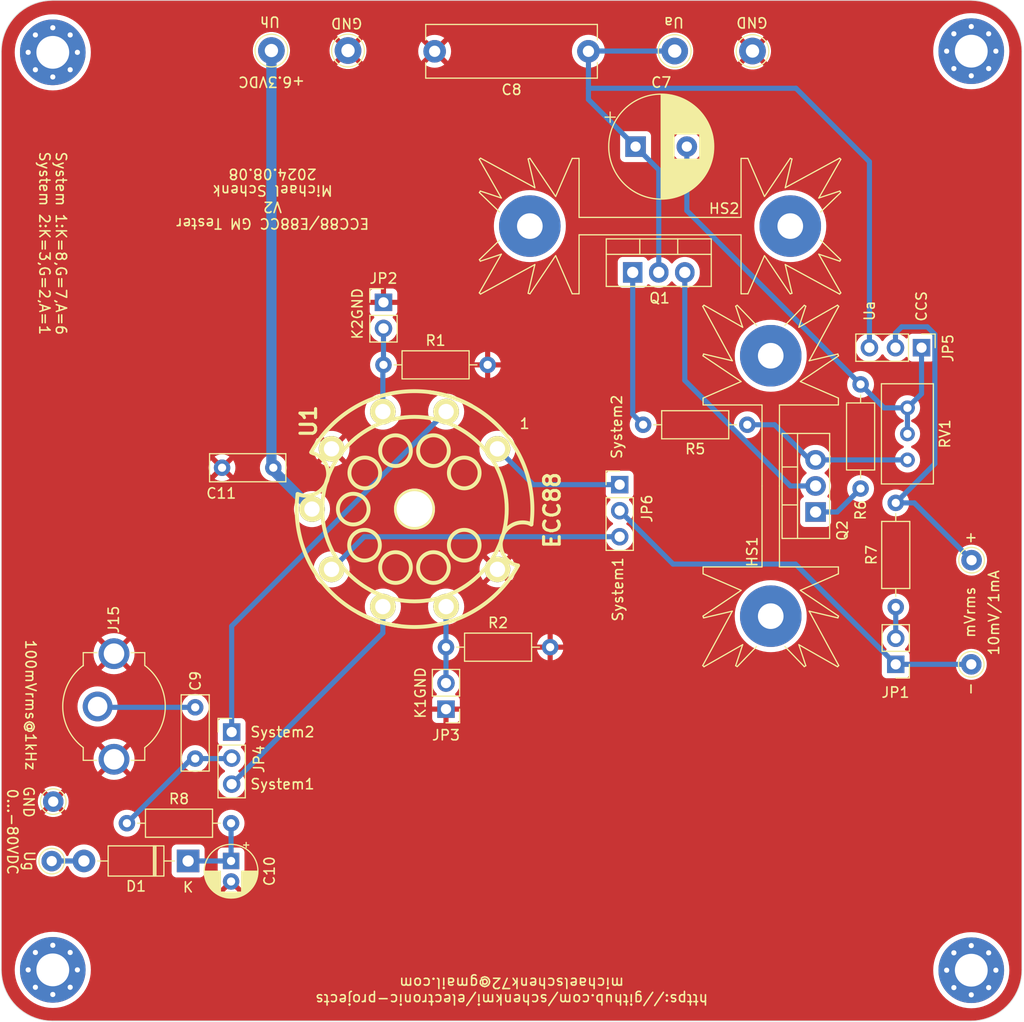
<source format=kicad_pcb>
(kicad_pcb (version 20240108) (generator "pcbnew") (generator_version "8.0")
  (layers (0 "F.Cu" signal) (31 "B.Cu" signal) (34 "B.Paste" user) (35 "F.Paste" user) (36 "B.SilkS" user "B.Silkscreen") (37 "F.SilkS" user "F.Silkscreen") (38 "B.Mask" user) (39 "F.Mask" user) (44 "Edge.Cuts" user))
  (net 0 "")
  (net 1 "VDDA")
  (net 2 "Net-(JP4-B)")
  (net 3 "Net-(J16-Pin_1)")
  (net 4 "FVCC")
  (net 5 "Net-(J15-In)")
  (net 6 "FGND")
  (net 7 "Net-(D1-K)")
  (net 8 "Net-(D1-A)")
  (net 9 "Net-(J17-Pin_1)")
  (net 10 "Net-(JP4-C)")
  (net 11 "Net-(JP4-A)")
  (net 12 "Net-(JP6-A)")
  (net 13 "Net-(JP6-B)")
  (net 14 "Net-(Q1-G)")
  (net 15 "Net-(Q1-S)")
  (net 16 "Net-(Q2-S)")
  (net 17 "Net-(Q2-D)")
  (net 18 "Net-(JP1-B)")
  (net 19 "Net-(JP2-B)")
  (net 20 "Net-(JP3-B)")
  (net 21 "Net-(JP5-A)")
  (footprint "MountingHole:MountingHole_3.2mm_M3_Pad_Via" (layer "F.Cu") (at 50.753944 52.832)
    (property "Reference" "H1" (hide yes))
    (property "Value" "MountingHole")
    (pad "1" thru_hole circle (at -2.4 0) (size 0.8 0.8) (drill 0.5) (layers "*.Cu" "*.Mask"))
    (pad "1" thru_hole circle (at -1.697056 -1.697056) (size 0.8 0.8) (drill 0.5) (layers "*.Cu" "*.Mask"))
    (pad "1" thru_hole circle (at -1.697056 1.697056) (size 0.8 0.8) (drill 0.5) (layers "*.Cu" "*.Mask"))
    (pad "1" thru_hole circle (at 0 -2.4) (size 0.8 0.8) (drill 0.5) (layers "*.Cu" "*.Mask"))
    (pad "1" thru_hole circle (at 0 0) (size 6.4 6.4) (drill 3.2) (layers "*.Cu" "*.Mask"))
    (pad "1" thru_hole circle (at 0 2.4) (size 0.8 0.8) (drill 0.5) (layers "*.Cu" "*.Mask"))
    (pad "1" thru_hole circle (at 1.697056 -1.697056) (size 0.8 0.8) (drill 0.5) (layers "*.Cu" "*.Mask"))
    (pad "1" thru_hole circle (at 1.697056 1.697056) (size 0.8 0.8) (drill 0.5) (layers "*.Cu" "*.Mask"))
    (pad "1" thru_hole circle (at 2.4 0) (size 0.8 0.8) (drill 0.5) (layers "*.Cu" "*.Mask"))
  )
  (footprint "MountingHole:MountingHole_3.2mm_M3_Pad_Via" (layer "F.Cu") (at 50.753944 142.320944)
    (property "Reference" "H2" (hide yes))
    (property "Value" "MountingHole")
    (pad "1" thru_hole circle (at -2.4 0) (size 0.8 0.8) (drill 0.5) (layers "*.Cu" "*.Mask"))
    (pad "1" thru_hole circle (at -1.697056 -1.697056) (size 0.8 0.8) (drill 0.5) (layers "*.Cu" "*.Mask"))
    (pad "1" thru_hole circle (at -1.697056 1.697056) (size 0.8 0.8) (drill 0.5) (layers "*.Cu" "*.Mask"))
    (pad "1" thru_hole circle (at 0 -2.4) (size 0.8 0.8) (drill 0.5) (layers "*.Cu" "*.Mask"))
    (pad "1" thru_hole circle (at 0 0) (size 6.4 6.4) (drill 3.2) (layers "*.Cu" "*.Mask"))
    (pad "1" thru_hole circle (at 0 2.4) (size 0.8 0.8) (drill 0.5) (layers "*.Cu" "*.Mask"))
    (pad "1" thru_hole circle (at 1.697056 -1.697056) (size 0.8 0.8) (drill 0.5) (layers "*.Cu" "*.Mask"))
    (pad "1" thru_hole circle (at 1.697056 1.697056) (size 0.8 0.8) (drill 0.5) (layers "*.Cu" "*.Mask"))
    (pad "1" thru_hole circle (at 2.4 0) (size 0.8 0.8) (drill 0.5) (layers "*.Cu" "*.Mask"))
  )
  (footprint "MountingHole:MountingHole_3.2mm_M3_Pad_Via" (layer "F.Cu") (at 140.335 142.354)
    (property "Reference" "H3" (hide yes))
    (property "Value" "MountingHole")
    (pad "1" thru_hole circle (at -2.4 0) (size 0.8 0.8) (drill 0.5) (layers "*.Cu" "*.Mask"))
    (pad "1" thru_hole circle (at -1.697056 -1.697056) (size 0.8 0.8) (drill 0.5) (layers "*.Cu" "*.Mask"))
    (pad "1" thru_hole circle (at -1.697056 1.697056) (size 0.8 0.8) (drill 0.5) (layers "*.Cu" "*.Mask"))
    (pad "1" thru_hole circle (at 0 -2.4) (size 0.8 0.8) (drill 0.5) (layers "*.Cu" "*.Mask"))
    (pad "1" thru_hole circle (at 0 0) (size 6.4 6.4) (drill 3.2) (layers "*.Cu" "*.Mask"))
    (pad "1" thru_hole circle (at 0 2.4) (size 0.8 0.8) (drill 0.5) (layers "*.Cu" "*.Mask"))
    (pad "1" thru_hole circle (at 1.697056 -1.697056) (size 0.8 0.8) (drill 0.5) (layers "*.Cu" "*.Mask"))
    (pad "1" thru_hole circle (at 1.697056 1.697056) (size 0.8 0.8) (drill 0.5) (layers "*.Cu" "*.Mask"))
    (pad "1" thru_hole circle (at 2.4 0) (size 0.8 0.8) (drill 0.5) (layers "*.Cu" "*.Mask"))
  )
  (footprint "MountingHole:MountingHole_3.2mm_M3_Pad_Via" (layer "F.Cu") (at 140.335 52.718)
    (property "Reference" "H4" (hide yes))
    (property "Value" "MountingHole")
    (pad "1" thru_hole circle (at -2.4 0) (size 0.8 0.8) (drill 0.5) (layers "*.Cu" "*.Mask"))
    (pad "1" thru_hole circle (at -1.697056 -1.697056) (size 0.8 0.8) (drill 0.5) (layers "*.Cu" "*.Mask"))
    (pad "1" thru_hole circle (at -1.697056 1.697056) (size 0.8 0.8) (drill 0.5) (layers "*.Cu" "*.Mask"))
    (pad "1" thru_hole circle (at 0 -2.4) (size 0.8 0.8) (drill 0.5) (layers "*.Cu" "*.Mask"))
    (pad "1" thru_hole circle (at 0 0) (size 6.4 6.4) (drill 3.2) (layers "*.Cu" "*.Mask"))
    (pad "1" thru_hole circle (at 0 2.4) (size 0.8 0.8) (drill 0.5) (layers "*.Cu" "*.Mask"))
    (pad "1" thru_hole circle (at 1.697056 -1.697056) (size 0.8 0.8) (drill 0.5) (layers "*.Cu" "*.Mask"))
    (pad "1" thru_hole circle (at 1.697056 1.697056) (size 0.8 0.8) (drill 0.5) (layers "*.Cu" "*.Mask"))
    (pad "1" thru_hole circle (at 2.4 0) (size 0.8 0.8) (drill 0.5) (layers "*.Cu" "*.Mask"))
  )
  (footprint "Connector_Pin:Pin_D1.3mm_L11.0mm" (layer "F.Cu") (at 111.412174 52.705)
    (property "Reference" "J5" (hide yes))
    (property "Value" "Conn_01x01")
    (pad "1" thru_hole circle (at 0 0) (size 2.6 2.6) (drill 1.3) (layers "*.Cu" "*.Mask") (net 1 "VDDA"))
  )
  (footprint "Connector_Pin:Pin_D1.3mm_L11.0mm" (layer "F.Cu") (at 118.999 52.705)
    (property "Reference" "J6" (hide yes))
    (property "Value" "Conn_01x01")
    (pad "1" thru_hole circle (at 0 0) (size 2.6 2.6) (drill 1.3) (layers "*.Cu" "*.Mask") (net 6 "FGND"))
  )
  (footprint "Connector_Pin:Pin_D1.3mm_L11.0mm" (layer "F.Cu") (at 72.076483 52.657064)
    (property "Reference" "J9" (hide yes))
    (property "Value" "Conn_01x01")
    (pad "1" thru_hole circle (at 0 0) (size 2.6 2.6) (drill 1.3) (layers "*.Cu" "*.Mask") (net 4 "FVCC"))
  )
  (footprint "Connector_Pin:Pin_D1.3mm_L11.0mm" (layer "F.Cu") (at 79.547902 52.657064)
    (property "Reference" "J10" (hide yes))
    (property "Value" "Conn_01x01")
    (pad "1" thru_hole circle (at 0 0) (size 2.6 2.6) (drill 1.3) (layers "*.Cu" "*.Mask") (net 6 "FGND"))
  )
  (footprint "Capacitor_THT:C_Rect_L7.2mm_W2.5mm_P5.00mm_FKS2_FKP2_MKS2_MKP2" (layer "F.Cu") (at 72.263 93.345 180)
    (property "Reference" "C11" (at 5.08 -2.5 0) (layer "F.SilkS"))
    (property "Value" "100nF")
    (pad "1" thru_hole circle (at 0 0 180) (size 1.6 1.6) (drill 0.8) (layers "*.Cu" "*.Mask") (net 4 "FVCC"))
    (pad "2" thru_hole circle (at 5 0 180) (size 1.6 1.6) (drill 0.8) (layers "*.Cu" "*.Mask") (net 6 "FGND"))
  )
  (footprint "w_vacuum:socket_gzc9-b" (layer "F.Cu") (at 86.031805 97.380319 90)
    (property "Reference" "U1" (at 8.5598 -10.3378 90) (layer "F.SilkS") (effects (font (size 1.524 1.524) (thickness 0.3048))))
    (property "Value" "ECC88" (at -0.11176 13.4239 90) (layer "F.SilkS") (effects (font (size 1.524 1.524) (thickness 0.3048))))
    (pad "" np_thru_hole circle (at 0 0 90) (size 3.49758 3.49758) (drill 3.49758) (layers "*.Cu" "*.Mask" "F.SilkS"))
    (pad "1" thru_hole circle (at 5.87756 8.0899 90) (size 2.49936 2.49936) (drill 1.4986) (layers "*.Cu" "*.Mask" "F.SilkS") (net 12 "Net-(JP6-A)"))
    (pad "2" thru_hole circle (at 9.50976 3.0861 90) (size 2.49936 2.49936) (drill 1.4986) (layers "*.Cu" "*.Mask" "F.SilkS") (net 11 "Net-(JP4-A)"))
    (pad "3" thru_hole circle (at 9.50976 -3.0861 90) (size 2.49936 2.49936) (drill 1.4986) (layers "*.Cu" "*.Mask" "F.SilkS") (net 19 "Net-(JP2-B)"))
    (pad "4" thru_hole circle (at 5.87756 -8.0899 90) (size 2.49936 2.49936) (drill 1.4986) (layers "*.Cu" "*.Mask" "F.SilkS") (net 6 "FGND"))
    (pad "5" thru_hole circle (at 0 -9.99998 90) (size 2.49936 2.49936) (drill 1.4986) (layers "*.Cu" "*.Mask" "F.SilkS") (net 4 "FVCC"))
    (pad "6" thru_hole circle (at -5.87756 -8.0899 90) (size 2.49936 2.49936) (drill 1.4986) (layers "*.Cu" "*.Mask" "F.SilkS") (net 13 "Net-(JP6-B)"))
    (pad "7" thru_hole circle (at -9.50976 -3.0861 90) (size 2.49936 2.49936) (drill 1.4986) (layers "*.Cu" "*.Mask" "F.SilkS") (net 2 "Net-(JP4-B)"))
    (pad "8" thru_hole circle (at -9.50976 3.0861 90) (size 2.49936 2.49936) (drill 1.4986) (layers "*.Cu" "*.Mask" "F.SilkS") (net 20 "Net-(JP3-B)"))
    (pad "9" thru_hole circle (at -5.87756 8.0899 90) (size 2.49936 2.49936) (drill 1.4986) (layers "*.Cu" "*.Mask" "F.SilkS") (net 6 "FGND"))
  )
  (footprint "Resistor_THT:R_Axial_DIN0207_L6.3mm_D2.5mm_P10.16mm_Horizontal" (layer "F.Cu") (at 89.1032 110.8456)
    (property "Reference" "R2" (at 5.08 -2.37 0) (layer "F.SilkS"))
    (property "Value" "680R/0.6W")
    (pad "1" thru_hole circle (at 0 0) (size 1.6 1.6) (drill 0.8) (layers "*.Cu" "*.Mask") (net 20 "Net-(JP3-B)"))
    (pad "2" thru_hole oval (at 10.16 0) (size 1.6 1.6) (drill 0.8) (layers "*.Cu" "*.Mask") (net 6 "FGND"))
  )
  (footprint "Resistor_THT:R_Axial_DIN0207_L6.3mm_D2.5mm_P10.16mm_Horizontal" (layer "F.Cu") (at 57.982495 128.016)
    (property "Reference" "R8" (at 5.08 -2.37 0) (layer "F.SilkS"))
    (property "Value" "220k/0.6W")
    (pad "1" thru_hole circle (at 0 0) (size 1.6 1.6) (drill 0.8) (layers "*.Cu" "*.Mask") (net 10 "Net-(JP4-C)"))
    (pad "2" thru_hole oval (at 10.16 0) (size 1.6 1.6) (drill 0.8) (layers "*.Cu" "*.Mask") (net 7 "Net-(D1-K)"))
  )
  (footprint "Heatsink:Heatsink_Fischer_SK104-STC-STIC_35x13mm_2xDrill2.5mm" (layer "F.Cu") (at 120.777 95.123 90)
    (property "Reference" "HS1" (at -6.4262 -1.8034 90) (layer "F.SilkS"))
    (property "Value" "Heatsink")
    (pad "1" thru_hole circle (at -12.7 0 270) (size 6 6) (drill 2.5) (layers "*.Cu" "*.Mask"))
    (pad "1" thru_hole circle (at 12.7 0 90) (size 6 6) (drill 2.5) (layers "*.Cu" "*.Mask"))
  )
  (footprint "Resistor_THT:R_Axial_DIN0207_L6.3mm_D2.5mm_P10.16mm_Horizontal" (layer "F.Cu") (at 132.969 106.934 90)
    (property "Reference" "R7" (at 5.08 -2.37 90) (layer "F.SilkS"))
    (property "Value" "10R/0.4W/0.1%")
    (pad "1" thru_hole circle (at 0 0 90) (size 1.6 1.6) (drill 0.8) (layers "*.Cu" "*.Mask") (net 18 "Net-(JP1-B)"))
    (pad "2" thru_hole oval (at 10.16 0 90) (size 1.6 1.6) (drill 0.8) (layers "*.Cu" "*.Mask") (net 3 "Net-(J16-Pin_1)"))
  )
  (footprint "Resistor_THT:R_Axial_DIN0207_L6.3mm_D2.5mm_P10.16mm_Horizontal" (layer "F.Cu") (at 83.0072 83.312)
    (property "Reference" "R1" (at 5.08 -2.37 0) (layer "F.SilkS"))
    (property "Value" "680R/0.6W")
    (pad "1" thru_hole circle (at 0 0) (size 1.6 1.6) (drill 0.8) (layers "*.Cu" "*.Mask") (net 19 "Net-(JP2-B)"))
    (pad "2" thru_hole oval (at 10.16 0) (size 1.6 1.6) (drill 0.8) (layers "*.Cu" "*.Mask") (net 6 "FGND"))
  )
  (footprint "Connector_PinHeader_2.54mm:PinHeader_1x03_P2.54mm_Vertical" (layer "F.Cu") (at 135.4836 81.6356 -90)
    (property "Reference" "JP5" (at 0.0508 -2.5908 -90) (layer "F.SilkS"))
    (property "Value" "Jumper_3_Open")
    (pad "1" thru_hole rect (at 0 0 270) (size 1.7 1.7) (drill 1) (layers "*.Cu" "*.Mask") (net 21 "Net-(JP5-A)"))
    (pad "2" thru_hole oval (at 0 2.54 270) (size 1.7 1.7) (drill 1) (layers "*.Cu" "*.Mask") (net 3 "Net-(J16-Pin_1)"))
    (pad "3" thru_hole oval (at 0 5.08 270) (size 1.7 1.7) (drill 1) (layers "*.Cu" "*.Mask") (net 1 "VDDA"))
  )
  (footprint "Connector_Pin:Pin_D1.0mm_L10.0mm" (layer "F.Cu") (at 140.364853 102.362)
    (property "Reference" "J16" (hide yes))
    (property "Value" "Conn_01x01")
    (pad "1" thru_hole circle (at 0 0) (size 2 2) (drill 1) (layers "*.Cu" "*.Mask") (net 3 "Net-(J16-Pin_1)"))
  )
  (footprint "kicad-snk:RCA-Phono_CUI-Devices_RCJ-02X_Vertical" (layer "F.Cu") (at 56.724587 116.631977 90)
    (property "Reference" "J15" (at 8.478777 -0.031787 90) (layer "F.SilkS"))
    (property "Value" "100mVrms@1kHz")
    (pad "1" thru_hole circle (at 0 -1.6 90) (size 2.9 2.9) (drill 1.9) (layers "*.Cu" "*.Mask") (net 5 "Net-(J15-In)"))
    (pad "2" thru_hole circle (at -5.15 0 90) (size 3 3) (drill 2) (layers "*.Cu" "*.Mask") (net 6 "FGND"))
    (pad "2" thru_hole circle (at 5.15 0 90) (size 3 3) (drill 2) (layers "*.Cu" "*.Mask") (net 6 "FGND"))
  )
  (footprint "Connector_PinHeader_2.54mm:PinHeader_1x03_P2.54mm_Vertical" (layer "F.Cu") (at 68.199 119.126)
    (property "Reference" "JP4" (at 2.667 2.6416 90) (layer "F.SilkS"))
    (property "Value" "Jumper_3_Open")
    (pad "1" thru_hole rect (at 0 0) (size 1.7 1.7) (drill 1) (layers "*.Cu" "*.Mask") (net 11 "Net-(JP4-A)"))
    (pad "2" thru_hole oval (at 0 2.54) (size 1.7 1.7) (drill 1) (layers "*.Cu" "*.Mask") (net 10 "Net-(JP4-C)"))
    (pad "3" thru_hole oval (at 0 5.08) (size 1.7 1.7) (drill 1) (layers "*.Cu" "*.Mask") (net 2 "Net-(JP4-B)"))
  )
  (footprint "Capacitor_THT:C_Rect_L7.2mm_W2.5mm_P5.00mm_FKS2_FKP2_MKS2_MKP2" (layer "F.Cu") (at 64.643 121.713 90)
    (property "Reference" "C9" (at 7.5654 0.0254 90) (layer "F.SilkS"))
    (property "Value" "100nF")
    (pad "1" thru_hole circle (at 0 0 90) (size 1.6 1.6) (drill 0.8) (layers "*.Cu" "*.Mask") (net 10 "Net-(JP4-C)"))
    (pad "2" thru_hole circle (at 5 0 90) (size 1.6 1.6) (drill 0.8) (layers "*.Cu" "*.Mask") (net 5 "Net-(J15-In)"))
  )
  (footprint "Connector_PinHeader_2.54mm:PinHeader_1x02_P2.54mm_Vertical" (layer "F.Cu") (at 132.969 112.522 180)
    (property "Reference" "JP1" (at 0.0254 -2.7432 180) (layer "F.SilkS"))
    (property "Value" "Jumper_2_Open")
    (pad "1" thru_hole rect (at 0 0 180) (size 1.7 1.7) (drill 1) (layers "*.Cu" "*.Mask") (net 9 "Net-(J17-Pin_1)"))
    (pad "2" thru_hole oval (at 0 2.54 180) (size 1.7 1.7) (drill 1) (layers "*.Cu" "*.Mask") (net 18 "Net-(JP1-B)"))
  )
  (footprint "Package_TO_SOT_THT:TO-220-3_Vertical" (layer "F.Cu") (at 125.151 97.663 90)
    (property "Reference" "Q2" (at -1.8034 2.611 90) (layer "F.SilkS"))
    (property "Value" "DN2540N3-G")
    (pad "1" thru_hole rect (at 0 0 90) (size 1.905 2) (drill 1.1) (layers "*.Cu" "*.Mask") (net 16 "Net-(Q2-S)"))
    (pad "2" thru_hole oval (at 2.54 0 90) (size 1.905 2) (drill 1.1) (layers "*.Cu" "*.Mask") (net 15 "Net-(Q1-S)"))
    (pad "3" thru_hole oval (at 5.08 0 90) (size 1.905 2) (drill 1.1) (layers "*.Cu" "*.Mask") (net 17 "Net-(Q2-D)"))
  )
  (footprint "Capacitor_THT:CP_Radial_D10.0mm_P5.00mm" (layer "F.Cu") (at 107.5944 62.0268)
    (property "Reference" "C7" (at 2.5 -6.25 0) (layer "F.SilkS"))
    (property "Value" "4.7uF/400V")
    (pad "1" thru_hole rect (at 0 0) (size 2 2) (drill 1) (layers "*.Cu" "*.Mask") (net 1 "VDDA"))
    (pad "2" thru_hole circle (at 5 0) (size 2 2) (drill 1) (layers "*.Cu" "*.Mask") (net 21 "Net-(JP5-A)"))
  )
  (footprint "Heatsink:Heatsink_Fischer_SK104-STC-STIC_35x13mm_2xDrill2.5mm" (layer "F.Cu") (at 109.982 69.779 180)
    (property "Reference" "HS2" (at -6.2484 1.707 0) (layer "F.SilkS"))
    (property "Value" "Heatsink")
    (pad "1" thru_hole circle (at -12.7 0) (size 6 6) (drill 2.5) (layers "*.Cu" "*.Mask"))
    (pad "1" thru_hole circle (at 12.7 0 180) (size 6 6) (drill 2.5) (layers "*.Cu" "*.Mask"))
  )
  (footprint "Connector_Pin:Pin_D1.0mm_L10.0mm" (layer "F.Cu") (at 50.650263 131.713)
    (property "Reference" "J18" (hide yes))
    (property "Value" "~")
    (pad "1" thru_hole circle (at 0 0) (size 2 2) (drill 1) (layers "*.Cu" "*.Mask") (net 8 "Net-(D1-A)"))
  )
  (footprint "Diode_THT:D_DO-41_SOD81_P10.16mm_Horizontal" (layer "F.Cu") (at 63.951495 131.699 180)
    (property "Reference" "D1" (at 5.08 -2.47 0) (layer "F.SilkS"))
    (property "Value" "1N4007")
    (fp_text user "K" (at 0 -2.5654 0) (layer "F.SilkS"))
    (pad "1" thru_hole rect (at 0 0 180) (size 2.2 2.2) (drill 1.1) (layers "*.Cu" "*.Mask") (net 7 "Net-(D1-K)"))
    (pad "2" thru_hole oval (at 10.16 0 180) (size 2.2 2.2) (drill 1.1) (layers "*.Cu" "*.Mask") (net 8 "Net-(D1-A)"))
  )
  (footprint "Connector_PinHeader_2.54mm:PinHeader_1x02_P2.54mm_Vertical" (layer "F.Cu") (at 83.0072 77.216)
    (property "Reference" "JP2" (at 0 -2.33 0) (layer "F.SilkS"))
    (property "Value" "Jumper_2_Open")
    (pad "1" thru_hole rect (at 0 0) (size 1.7 1.7) (drill 1) (layers "*.Cu" "*.Mask") (net 6 "FGND"))
    (pad "2" thru_hole oval (at 0 2.54) (size 1.7 1.7) (drill 1) (layers "*.Cu" "*.Mask") (net 19 "Net-(JP2-B)"))
  )
  (footprint "Resistor_THT:R_Axial_DIN0207_L6.3mm_D2.5mm_P10.16mm_Horizontal" (layer "F.Cu") (at 129.54 85.217 -90)
    (property "Reference" "R6" (at 12.2682 0 90) (layer "F.SilkS"))
    (property "Value" "1k/0.6W")
    (pad "1" thru_hole circle (at 0 0 270) (size 1.6 1.6) (drill 0.8) (layers "*.Cu" "*.Mask") (net 21 "Net-(JP5-A)"))
    (pad "2" thru_hole oval (at 10.16 0 270) (size 1.6 1.6) (drill 0.8) (layers "*.Cu" "*.Mask") (net 16 "Net-(Q2-S)"))
  )
  (footprint "Resistor_THT:R_Axial_DIN0207_L6.3mm_D2.5mm_P10.16mm_Horizontal" (layer "F.Cu") (at 118.491 89.154 180)
    (property "Reference" "R5" (at 5.08 -2.37 0) (layer "F.SilkS"))
    (property "Value" "1k/0.6W")
    (pad "1" thru_hole circle (at 0 0 180) (size 1.6 1.6) (drill 0.8) (layers "*.Cu" "*.Mask") (net 17 "Net-(Q2-D)"))
    (pad "2" thru_hole oval (at 10.16 0 180) (size 1.6 1.6) (drill 0.8) (layers "*.Cu" "*.Mask") (net 14 "Net-(Q1-G)"))
  )
  (footprint "Capacitor_THT:CP_Radial_D5.0mm_P2.00mm" (layer "F.Cu") (at 68.142495 131.699 -90)
    (property "Reference" "C10" (at 1 -3.75 90) (layer "F.SilkS"))
    (property "Value" "1uF/100V")
    (pad "1" thru_hole rect (at 0 0 270) (size 1.6 1.6) (drill 0.8) (layers "*.Cu" "*.Mask") (net 7 "Net-(D1-K)"))
    (pad "2" thru_hole circle (at 2 0 270) (size 1.6 1.6) (drill 0.8) (layers "*.Cu" "*.Mask") (net 6 "FGND"))
  )
  (footprint "Connector_Pin:Pin_D1.0mm_L10.0mm" (layer "F.Cu") (at 50.796307 125.9078)
    (property "Reference" "J19" (hide yes))
    (property "Value" "~")
    (pad "1" thru_hole circle (at 0 0) (size 2 2) (drill 1) (layers "*.Cu" "*.Mask") (net 6 "FGND"))
  )
  (footprint "Connector_Pin:Pin_D1.0mm_L10.0mm" (layer "F.Cu") (at 140.335 112.522)
    (property "Reference" "J17" (hide yes))
    (property "Value" "Conn_01x01")
    (pad "1" thru_hole circle (at 0 0) (size 2 2) (drill 1) (layers "*.Cu" "*.Mask") (net 9 "Net-(J17-Pin_1)"))
  )
  (footprint "Capacitor_THT:C_Rect_L16.5mm_W5.0mm_P15.00mm_MKT" (layer "F.Cu") (at 102.997 52.7304 180)
    (property "Reference" "C8" (at 7.5 -3.75 0) (layer "F.SilkS"))
    (property "Value" "100nF")
    (pad "1" thru_hole circle (at 0 0 180) (size 2.2 2.2) (drill 1.1) (layers "*.Cu" "*.Mask") (net 1 "VDDA"))
    (pad "2" thru_hole circle (at 15 0 180) (size 2.2 2.2) (drill 1.1) (layers "*.Cu" "*.Mask") (net 6 "FGND"))
  )
  (footprint "Connector_PinHeader_2.54mm:PinHeader_1x03_P2.54mm_Vertical" (layer "F.Cu") (at 106.045 94.996)
    (property "Reference" "JP6" (at 2.667 2.3368 90) (layer "F.SilkS"))
    (property "Value" "Jumper_3_Open")
    (pad "1" thru_hole rect (at 0 0) (size 1.7 1.7) (drill 1) (layers "*.Cu" "*.Mask") (net 12 "Net-(JP6-A)"))
    (pad "2" thru_hole oval (at 0 2.54) (size 1.7 1.7) (drill 1) (layers "*.Cu" "*.Mask") (net 9 "Net-(J17-Pin_1)"))
    (pad "3" thru_hole oval (at 0 5.08) (size 1.7 1.7) (drill 1) (layers "*.Cu" "*.Mask") (net 13 "Net-(JP6-B)"))
  )
  (footprint "Potentiometer_THT:Potentiometer_Bourns_3296W_Vertical" (layer "F.Cu") (at 134.112 92.583 -90)
    (property "Reference" "RV1" (at -2.54 -3.66 90) (layer "F.SilkS"))
    (property "Value" "2k")
    (pad "1" thru_hole circle (at 0 0 270) (size 1.44 1.44) (drill 0.8) (layers "*.Cu" "*.Mask") (net 17 "Net-(Q2-D)"))
    (pad "2" thru_hole circle (at -2.54 0 270) (size 1.44 1.44) (drill 0.8) (layers "*.Cu" "*.Mask") (net 21 "Net-(JP5-A)"))
    (pad "3" thru_hole circle (at -5.08 0 270) (size 1.44 1.44) (drill 0.8) (layers "*.Cu" "*.Mask") (net 21 "Net-(JP5-A)"))
  )
  (footprint "Package_TO_SOT_THT:TO-220-3_Vertical" (layer "F.Cu") (at 107.315 74.295)
    (property "Reference" "Q1" (at 2.6162 2.5146 0) (layer "F.SilkS"))
    (property "Value" "DN2540N3-G")
    (pad "1" thru_hole rect (at 0 0) (size 1.905 2) (drill 1.1) (layers "*.Cu" "*.Mask") (net 14 "Net-(Q1-G)"))
    (pad "2" thru_hole oval (at 2.54 0) (size 1.905 2) (drill 1.1) (layers "*.Cu" "*.Mask") (net 1 "VDDA"))
    (pad "3" thru_hole oval (at 5.08 0) (size 1.905 2) (drill 1.1) (layers "*.Cu" "*.Mask") (net 15 "Net-(Q1-S)"))
  )
  (footprint "Connector_PinHeader_2.54mm:PinHeader_1x02_P2.54mm_Vertical" (layer "F.Cu") (at 89.1032 116.8908 180)
    (property "Reference" "JP3" (at 0 -2.54 0) (layer "F.SilkS"))
    (property "Value" "Jumper_2_Open")
    (pad "1" thru_hole rect (at 0 0 180) (size 1.7 1.7) (drill 1) (layers "*.Cu" "*.Mask") (net 6 "FGND"))
    (pad "2" thru_hole oval (at 0 2.54 180) (size 1.7 1.7) (drill 1) (layers "*.Cu" "*.Mask") (net 20 "Net-(JP3-B)"))
  )
  (gr_line (start 140.288 147.32) (end 50.72 147.32) (stroke (width 0.05)) (layer "Edge.Cuts"))
  (gr_line (start 45.72 142.32) (end 45.72 52.752) (stroke (width 0.05)) (layer "Edge.Cuts"))
  (gr_arc (start 145.288 142.32) (mid 143.823534 145.855534) (end 140.288 147.32) (stroke (width 0.05)) (layer "Edge.Cuts"))
  (gr_arc (start 50.72 147.32) (mid 47.184466 145.855534) (end 45.72 142.32) (stroke (width 0.05)) (layer "Edge.Cuts"))
  (gr_line (start 50.72 47.752) (end 140.288 47.752) (stroke (width 0.05)) (layer "Edge.Cuts"))
  (gr_arc (start 45.72 52.752) (mid 47.184466 49.216466) (end 50.72 47.752) (stroke (width 0.05)) (layer "Edge.Cuts"))
  (gr_arc (start 140.288 47.752) (mid 143.823534 49.216466) (end 145.288 52.752) (stroke (width 0.05)) (layer "Edge.Cuts"))
  (gr_line (start 145.288 52.752) (end 145.288 142.32) (stroke (width 0.05)) (layer "Edge.Cuts"))
  (gr_text "GND" (at 48.395233 125.94169 270) (layer "F.SilkS") (effects (font (size 1 1))))
  (gr_text "+6.3VDC" (at 72.093215 55.704078 180) (layer "F.SilkS") (effects (font (size 1 1))))
  (gr_text "GND" (at 118.947135 49.911 180) (layer "F.SilkS") (effects (font (size 1 1))))
  (gr_text "GND" (at 79.420902 49.990064 180) (layer "F.SilkS") (effects (font (size 1 1))))
  (gr_text "-" (at 140.8176 114.1984 90) (layer "F.SilkS") (effects (font (size 1 1)) (justify left bottom mirror)))
  (gr_text "0...-80VDC" (at 46.228 124.5616 -90) (layer "F.SilkS") (effects (font (size 1 1)) (justify left bottom)))
  (gr_text "K2GND" (at 80.4672 80.9244 90) (layer "F.SilkS") (effects (font (size 1 1)) (justify left)))
  (gr_text "Uh" (at 71.927902 49.84793 180) (layer "F.SilkS") (effects (font (size 1 1))))
  (gr_text "K1GND" (at 86.614 117.9068 90) (layer "F.SilkS") (effects (font (size 1 1)) (justify left)))
  (gr_text "+" (at 141.0208 100.6856 0) (layer "F.SilkS") (effects (font (size 1 1)) (justify left bottom mirror)))
  (gr_text "Ua" (at 111.327135 49.911 180) (layer "F.SilkS") (effects (font (size 1 1))))
  (gr_text "ECC88/E88CC GM Tester\nV2\nMichael Schenk\n2024.08.08" (at 72.1868 67.1068 180) (layer "F.SilkS") (effects (font (size 1 1))))
  (gr_text "System2" (at 105.7656 89.3572 90) (layer "F.SilkS") (effects (font (size 1 1))))
  (gr_text "mVrms" (at 140.208 107.442 90) (layer "F.SilkS") (effects (font (size 1 1))))
  (gr_text "Ug" (at 48.4632 131.699 270) (layer "F.SilkS") (effects (font (size 1 1))))
  (gr_text "System1" (at 105.868181 105.212523 90) (layer "F.SilkS") (effects (font (size 1 1))))
  (gr_text "https://github.com/schenkmi/electronic-projects\nmichaelschenk72@gmail.com" (at 95.504 144.399 -180) (layer "F.SilkS") (effects (font (size 1 1))))
  (gr_text "CCS" (at 135.4836 79.17924 90) (layer "F.SilkS") (effects (font (size 1 1)) (justify left)))
  (gr_text "1" (at 96.774 89.0524 0) (layer "F.SilkS") (effects (font (size 1 1))))
  (gr_text "10mV/1mA" (at 142.5448 107.4928 90) (layer "F.SilkS") (effects (font (size 1 1))))
  (gr_text "System1" (at 73.152 124.206 0) (layer "F.SilkS") (effects (font (size 1 1))))
  (gr_text "Ua" (at 130.416012 79.119049 90) (layer "F.SilkS") (effects (font (size 1 1)) (justify left)))
  (gr_text "System 1:K=8,G=7,A=6\nSystem 2:K=3,G=2,A=1" (at 50.7492 62.4332 270) (layer "F.SilkS") (effects (font (size 1 1)) (justify left)))
  (gr_text "System2" (at 73.152 119.126 0) (layer "F.SilkS") (effects (font (size 1 1))))
  (gr_text "100mVrms@1kHz" (at 48.006 110.0328 -90) (layer "F.SilkS") (effects (font (size 1 1)) (justify left bottom)))
  (segment (start 102.997 52.7304) (end 102.997 56.3372) (width 0.5) (layer "B.Cu") (net 1))
  (segment (start 111.412174 52.705) (end 103.0224 52.705) (width 0.5) (layer "B.Cu") (net 1))
  (segment (start 102.997 57.4294) (end 107.5944 62.0268) (width 0.5) (layer "B.Cu") (net 1))
  (segment (start 109.855 74.295) (end 109.855 64.2874) (width 0.5) (layer "B.Cu") (net 1))
  (segment (start 103.0224 52.705) (end 102.997 52.7304) (width 0.5) (layer "B.Cu") (net 1))
  (segment (start 130.4036 63.5) (end 123.2408 56.3372) (width 0.5) (layer "B.Cu") (net 1))
  (segment (start 123.2408 56.3372) (end 102.997 56.3372) (width 0.5) (layer "B.Cu") (net 1))
  (segment (start 130.4036 81.6356) (end 130.4036 63.5) (width 0.5) (layer "B.Cu") (net 1))
  (segment (start 102.997 56.3372) (end 102.997 57.4294) (width 0.5) (layer "B.Cu") (net 1))
  (segment (start 109.855 64.2874) (end 107.5944 62.0268) (width 0.5) (layer "B.Cu") (net 1))
  (segment (start 68.199 124.206) (end 82.945705 109.459295) (width 0.5) (layer "B.Cu") (net 2))
  (segment (start 82.945705 109.459295) (end 82.945705 106.890079) (width 0.5) (layer "B.Cu") (net 2))
  (segment (start 136.7836 92.9594) (end 132.969 96.774) (width 0.5) (layer "B.Cu") (net 3))
  (segment (start 132.969 96.774) (end 134.776853 96.774) (width 0.5) (layer "B.Cu") (net 3))
  (segment (start 134.776853 96.774) (end 140.364853 102.362) (width 0.5) (layer "B.Cu") (net 3))
  (segment (start 133.5532 79.6036) (end 136.0516 79.6036) (width 0.5) (layer "B.Cu") (net 3))
  (segment (start 136.7836 80.3356) (end 136.7836 92.9594) (width 0.5) (layer "B.Cu") (net 3))
  (segment (start 136.0516 79.6036) (end 136.7836 80.3356) (width 0.5) (layer "B.Cu") (net 3))
  (segment (start 132.9436 80.2132) (end 133.5532 79.6036) (width 0.5) (layer "B.Cu") (net 3))
  (segment (start 132.9436 81.6356) (end 132.9436 80.2132) (width 0.5) (layer "B.Cu") (net 3))
  (segment (start 72.076483 52.657064) (end 72.076483 93.158483) (width 1) (layer "B.Cu") (net 4))
  (segment (start 72.263 93.611494) (end 76.031825 97.380319) (width 1) (layer "B.Cu") (net 4))
  (segment (start 72.076483 93.158483) (end 72.263 93.345) (width 1) (layer "B.Cu") (net 4))
  (segment (start 72.263 93.345) (end 72.263 93.611494) (width 1) (layer "B.Cu") (net 4))
  (segment (start 64.643 116.713) (end 55.20561 116.713) (width 0.5) (layer "B.Cu") (net 5))
  (segment (start 68.142495 128.016) (end 68.142495 131.699) (width 0.5) (layer "B.Cu") (net 7))
  (segment (start 68.142495 131.699) (end 63.951495 131.699) (width 0.5) (layer "B.Cu") (net 7))
  (segment (start 50.664263 131.699) (end 50.650263 131.713) (width 0.5) (layer "B.Cu") (net 8))
  (segment (start 53.791495 131.699) (end 50.664263 131.699) (width 0.5) (layer "B.Cu") (net 8))
  (segment (start 111.252 102.743) (end 106.045 97.536) (width 0.5) (layer "B.Cu") (net 9))
  (segment (start 132.969 112.522) (end 140.335 112.522) (width 0.5) (layer "B.Cu") (net 9))
  (segment (start 123.19 102.743) (end 111.252 102.743) (width 0.5) (layer "B.Cu") (net 9))
  (segment (start 132.969 112.522) (end 123.19 102.743) (width 0.5) (layer "B.Cu") (net 9))
  (segment (start 64.412495 121.713) (end 64.459495 121.666) (width 0.5) (layer "B.Cu") (net 10))
  (segment (start 64.643 121.713) (end 68.152 121.713) (width 0.5) (layer "B.Cu") (net 10))
  (segment (start 64.285495 121.713) (end 64.643 121.713) (width 0.5) (layer "B.Cu") (net 10))
  (segment (start 57.982495 128.016) (end 64.285495 121.713) (width 0.5) (layer "B.Cu") (net 10))
  (segment (start 68.199 108.789464) (end 68.199 119.126) (width 0.5) (layer "B.Cu") (net 11))
  (segment (start 89.117905 87.870559) (end 68.199 108.789464) (width 0.5) (layer "B.Cu") (net 11))
  (segment (start 97.614946 94.996) (end 94.121705 91.502759) (width 0.5) (layer "B.Cu") (net 12))
  (segment (start 106.045 94.996) (end 97.614946 94.996) (width 0.5) (layer "B.Cu") (net 12))
  (segment (start 81.123784 100.076) (end 77.941905 103.257879) (width 0.5) (layer "B.Cu") (net 13))
  (segment (start 106.045 100.076) (end 81.123784 100.076) (width 0.5) (layer "B.Cu") (net 13))
  (segment (start 107.315 74.295) (end 107.315 88.138) (width 0.5) (layer "B.Cu") (net 14))
  (segment (start 107.315 88.138) (end 108.331 89.154) (width 0.5) (layer "B.Cu") (net 14))
  (segment (start 125.151 95.123) (end 122.692233 95.123) (width 0.5) (layer "B.Cu") (net 15))
  (segment (start 122.692233 95.123) (end 112.395 84.825767) (width 0.5) (layer "B.Cu") (net 15))
  (segment (start 112.395 84.825767) (end 112.395 74.295) (width 0.5) (layer "B.Cu") (net 15))
  (segment (start 125.151 97.663) (end 127.254 97.663) (width 0.5) (layer "B.Cu") (net 16))
  (segment (start 127.254 97.663) (end 129.54 95.377) (width 0.5) (layer "B.Cu") (net 16))
  (segment (start 124.587 92.583) (end 121.158 89.154) (width 0.5) (layer "B.Cu") (net 17))
  (segment (start 134.112 92.583) (end 125.151 92.583) (width 0.5) (layer "B.Cu") (net 17))
  (segment (start 125.151 92.583) (end 124.587 92.583) (width 0.5) (layer "B.Cu") (net 17))
  (segment (start 121.158 89.154) (end 118.491 89.154) (width 0.5) (layer "B.Cu") (net 17))
  (segment (start 132.969 109.982) (end 132.969 106.934) (width 0.5) (layer "B.Cu") (net 18))
  (segment (start 82.945705 87.870559) (end 82.945705 83.373495) (width 0.5) (layer "B.Cu") (net 19))
  (segment (start 83.0072 83.312) (end 83.0072 79.756) (width 0.5) (layer "B.Cu") (net 19))
  (segment (start 82.945705 83.373495) (end 83.0072 83.312) (width 0.5) (layer "B.Cu") (net 19))
  (segment (start 89.1032 106.904784) (end 89.117905 106.890079) (width 0.5) (layer "B.Cu") (net 20))
  (segment (start 89.1032 114.3508) (end 89.1032 110.8456) (width 0.5) (layer "B.Cu") (net 20))
  (segment (start 89.1032 110.8456) (end 89.1032 106.904784) (width 0.5) (layer "B.Cu") (net 20))
  (segment (start 129.54 85.217) (end 112.5944 68.2714) (width 0.5) (layer "B.Cu") (net 21))
  (segment (start 112.5944 68.2714) (end 112.5944 62.0268) (width 0.5) (layer "B.Cu") (net 21))
  (segment (start 135.4836 86.1314) (end 134.112 87.503) (width 0.5) (layer "B.Cu") (net 21))
  (segment (start 134.112 90.043) (end 134.112 87.503) (width 0.5) (layer "B.Cu") (net 21))
  (segment (start 134.112 87.503) (end 131.826 87.503) (width 0.5) (layer "B.Cu") (net 21))
  (segment (start 131.826 87.503) (end 129.54 85.217) (width 0.5) (layer "B.Cu") (net 21))
  (segment (start 135.4836 81.6356) (end 135.4836 86.1314) (width 0.5) (layer "B.Cu") (net 21))
  (zone (net 6) (net_name "FGND") (layer "F.Cu") (connect_pads (clearance 0.508)) (min_thickness 0.25) (fill yes (thermal_gap 0.5) (thermal_bridge_width 0.5))
    (polygon (pts (xy 45.72 147.32) (xy 45.72 47.752) (xy 145.288 47.752) (xy 145.288 147.32)))
  )
)
</source>
